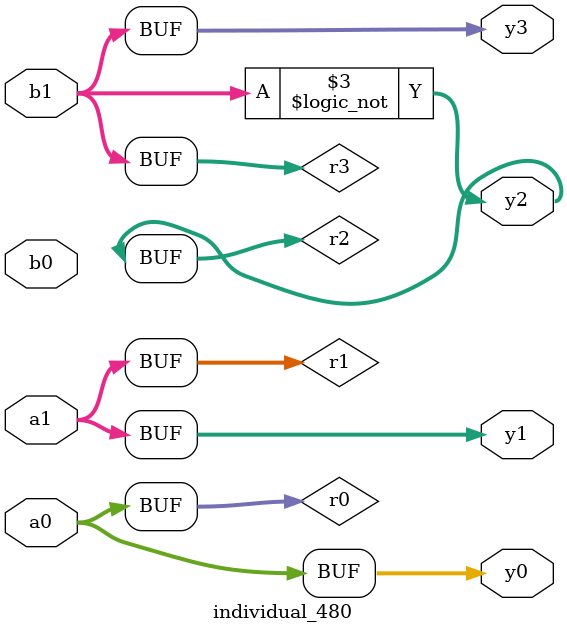
<source format=sv>
module individual_480(input logic [15:0] a1, input logic [15:0] a0, input logic [15:0] b1, input logic [15:0] b0, output logic [15:0] y3, output logic [15:0] y2, output logic [15:0] y1, output logic [15:0] y0);
logic [15:0] r0, r1, r2, r3; 
 always@(*) begin 
	 r0 = a0; r1 = a1; r2 = b0; r3 = b1; 
 	 r2  &=  b0 ;
 	 r2 = ! r3 ;
 	 y3 = r3; y2 = r2; y1 = r1; y0 = r0; 
end
endmodule
</source>
